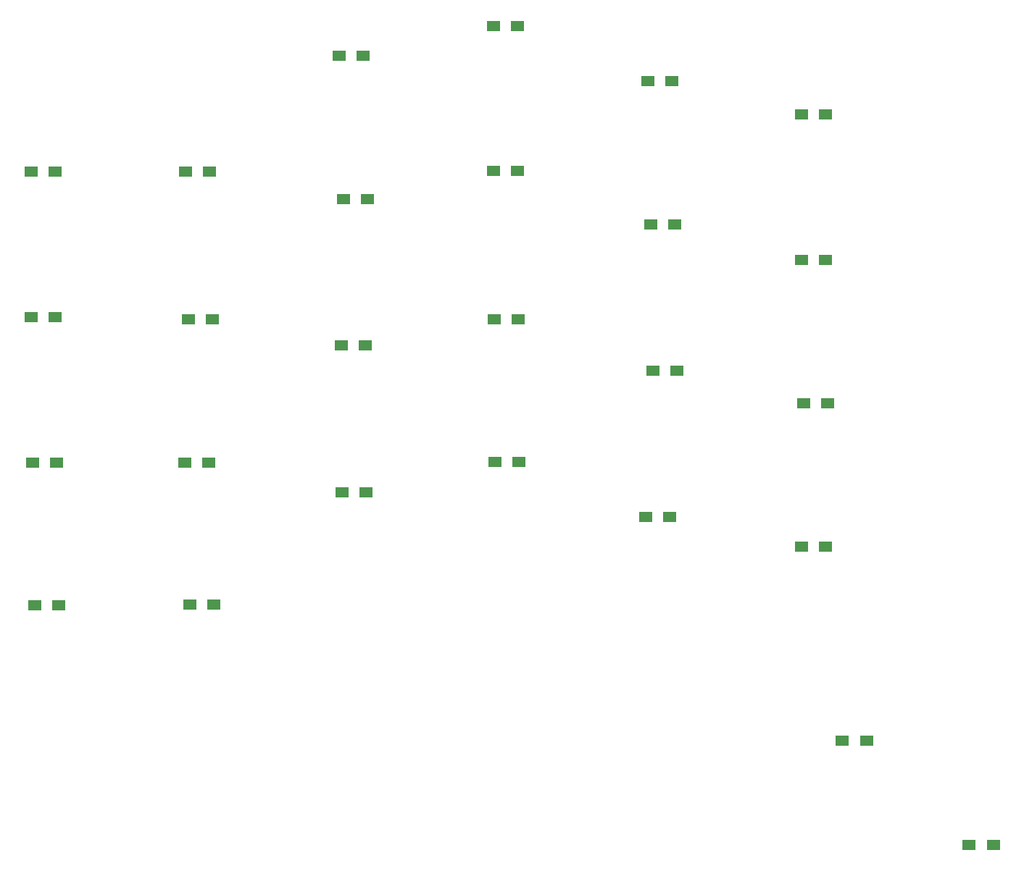
<source format=gbr>
%TF.GenerationSoftware,KiCad,Pcbnew,7.0.6*%
%TF.CreationDate,2023-11-23T00:40:04+08:00*%
%TF.ProjectId,handfull-mini,68616e64-6675-46c6-9c2d-6d696e692e6b,rev?*%
%TF.SameCoordinates,Original*%
%TF.FileFunction,Paste,Bot*%
%TF.FilePolarity,Positive*%
%FSLAX46Y46*%
G04 Gerber Fmt 4.6, Leading zero omitted, Abs format (unit mm)*
G04 Created by KiCad (PCBNEW 7.0.6) date 2023-11-23 00:40:04*
%MOMM*%
%LPD*%
G01*
G04 APERTURE LIST*
%ADD10R,1.600000X1.200000*%
G04 APERTURE END LIST*
D10*
%TO.C,D42*%
X196990000Y-141080000D03*
X194190000Y-141080000D03*
%TD*%
%TO.C,D41*%
X182170000Y-128860000D03*
X179370000Y-128860000D03*
%TD*%
%TO.C,D32*%
X105960000Y-112920000D03*
X103160000Y-112920000D03*
%TD*%
%TO.C,D33*%
X123730000Y-99850000D03*
X120930000Y-99850000D03*
%TD*%
%TO.C,D34*%
X141580000Y-96270000D03*
X138780000Y-96270000D03*
%TD*%
%TO.C,D36*%
X177400000Y-106170000D03*
X174600000Y-106170000D03*
%TD*%
%TO.C,D35*%
X159210000Y-102730000D03*
X156410000Y-102730000D03*
%TD*%
%TO.C,D26*%
X177680000Y-89390000D03*
X174880000Y-89390000D03*
%TD*%
%TO.C,D25*%
X160050000Y-85590000D03*
X157250000Y-85590000D03*
%TD*%
%TO.C,D11*%
X87400000Y-79300000D03*
X84600000Y-79300000D03*
%TD*%
%TO.C,D6*%
X177400000Y-55600000D03*
X174600000Y-55600000D03*
%TD*%
%TO.C,D4*%
X141400000Y-45300000D03*
X138600000Y-45300000D03*
%TD*%
%TO.C,D21*%
X87560000Y-96340000D03*
X84760000Y-96340000D03*
%TD*%
%TO.C,D3*%
X123400000Y-48800000D03*
X120600000Y-48800000D03*
%TD*%
%TO.C,D16*%
X177400000Y-72670000D03*
X174600000Y-72670000D03*
%TD*%
%TO.C,D15*%
X159770000Y-68520000D03*
X156970000Y-68520000D03*
%TD*%
%TO.C,D5*%
X159400000Y-51700000D03*
X156600000Y-51700000D03*
%TD*%
%TO.C,D14*%
X141430000Y-62200000D03*
X138630000Y-62200000D03*
%TD*%
%TO.C,D24*%
X141510000Y-79550000D03*
X138710000Y-79550000D03*
%TD*%
%TO.C,D13*%
X123880000Y-65570000D03*
X121080000Y-65570000D03*
%TD*%
%TO.C,D2*%
X102600000Y-62300000D03*
X105400000Y-62300000D03*
%TD*%
%TO.C,D23*%
X123590000Y-82640000D03*
X120790000Y-82640000D03*
%TD*%
%TO.C,D31*%
X87840000Y-113060000D03*
X85040000Y-113060000D03*
%TD*%
%TO.C,D22*%
X105330000Y-96340000D03*
X102530000Y-96340000D03*
%TD*%
%TO.C,D12*%
X105780000Y-79600000D03*
X102980000Y-79600000D03*
%TD*%
%TO.C,D1*%
X87400000Y-62300000D03*
X84600000Y-62300000D03*
%TD*%
M02*

</source>
